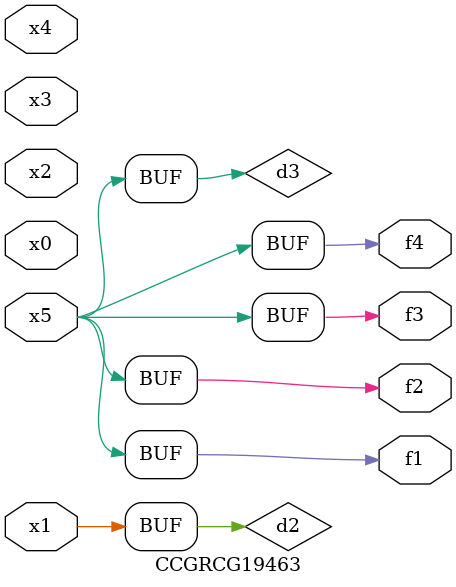
<source format=v>
module CCGRCG19463(
	input x0, x1, x2, x3, x4, x5,
	output f1, f2, f3, f4
);

	wire d1, d2, d3;

	not (d1, x5);
	or (d2, x1);
	xnor (d3, d1);
	assign f1 = d3;
	assign f2 = d3;
	assign f3 = d3;
	assign f4 = d3;
endmodule

</source>
